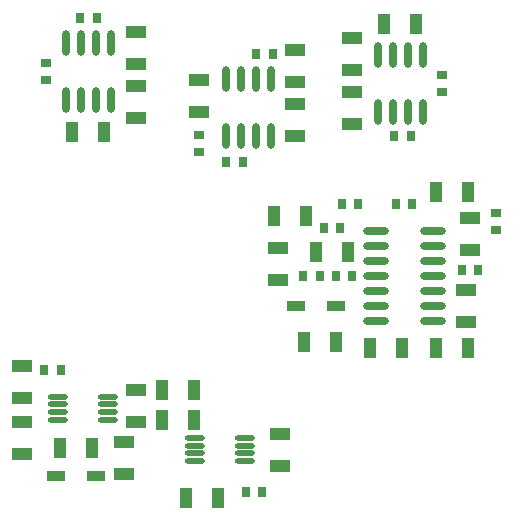
<source format=gbr>
G04 Layer_Color=128*
%FSLAX26Y26*%
%MOIN*%
%TF.FileFunction,Paste,Bot*%
%TF.Part,Single*%
G01*
G75*
%TA.AperFunction,SMDPad,CuDef*%
%ADD10R,0.031496X0.035433*%
%ADD11R,0.043307X0.066929*%
%ADD12R,0.066929X0.043307*%
%ADD13O,0.086614X0.023622*%
%ADD14R,0.062992X0.033465*%
%ADD15R,0.035433X0.031496*%
%ADD27O,0.023622X0.086614*%
%ADD28O,0.066929X0.017716*%
D10*
X2264882Y2160000D02*
D03*
X2320000D02*
D03*
X2504882Y2240000D02*
D03*
X2560000D02*
D03*
X2197322Y2000000D02*
D03*
X2252442D02*
D03*
X2324882Y2240000D02*
D03*
X2380000D02*
D03*
X2360000Y2000000D02*
D03*
X2304882D02*
D03*
X2724882Y2020000D02*
D03*
X2780000D02*
D03*
X2095118Y2740000D02*
D03*
X2040000D02*
D03*
X1940000Y2380000D02*
D03*
X1995118D02*
D03*
X1507560Y2860000D02*
D03*
X1452442D02*
D03*
X2500590Y2465512D02*
D03*
X2555708D02*
D03*
X2060000Y1280000D02*
D03*
X2004882D02*
D03*
X1332440Y1686300D02*
D03*
X1387560D02*
D03*
D11*
X2099292Y2200000D02*
D03*
X2205590D02*
D03*
X2239292Y2080000D02*
D03*
X2345590D02*
D03*
X2745590Y1760000D02*
D03*
X2639292D02*
D03*
X2745590Y2280000D02*
D03*
X2639292D02*
D03*
X2199292Y1780000D02*
D03*
X2305590D02*
D03*
X2419292Y1760000D02*
D03*
X2525590D02*
D03*
X1533150Y2480000D02*
D03*
X1426850D02*
D03*
X2466850Y2840000D02*
D03*
X2573150D02*
D03*
X1833150Y1520000D02*
D03*
X1726850D02*
D03*
Y1620000D02*
D03*
X1833150D02*
D03*
X1806850Y1260000D02*
D03*
X1913150D02*
D03*
X1493150Y1426300D02*
D03*
X1386850D02*
D03*
D12*
X2112442Y1986850D02*
D03*
Y2093150D02*
D03*
X2752442Y2193150D02*
D03*
Y2086850D02*
D03*
X2739370Y1953150D02*
D03*
Y1846850D02*
D03*
X2167560Y2573150D02*
D03*
Y2466850D02*
D03*
Y2753150D02*
D03*
Y2646850D02*
D03*
X1847560Y2546850D02*
D03*
Y2653150D02*
D03*
X1640000Y2813150D02*
D03*
Y2706850D02*
D03*
Y2526850D02*
D03*
Y2633150D02*
D03*
X2360000Y2506850D02*
D03*
Y2613150D02*
D03*
Y2793150D02*
D03*
Y2686850D02*
D03*
X1640000Y1619448D02*
D03*
Y1513150D02*
D03*
X1600000Y1446300D02*
D03*
Y1340000D02*
D03*
X1260000Y1406850D02*
D03*
Y1513150D02*
D03*
Y1593150D02*
D03*
Y1699448D02*
D03*
X2120000Y1366850D02*
D03*
Y1473150D02*
D03*
D13*
X2439370Y1850000D02*
D03*
Y1900000D02*
D03*
Y1950000D02*
D03*
Y2000000D02*
D03*
Y2050000D02*
D03*
Y2100000D02*
D03*
Y2150000D02*
D03*
X2628346Y1850000D02*
D03*
Y1900000D02*
D03*
Y1950000D02*
D03*
Y2000000D02*
D03*
Y2050000D02*
D03*
Y2100000D02*
D03*
Y2150000D02*
D03*
D14*
X2172442Y1900000D02*
D03*
X2306300D02*
D03*
X1506930Y1333150D02*
D03*
X1373070D02*
D03*
D15*
X2840000Y2152442D02*
D03*
Y2207560D02*
D03*
X1847560Y2467560D02*
D03*
Y2412442D02*
D03*
X1340000Y2652440D02*
D03*
Y2707560D02*
D03*
X2660000Y2667560D02*
D03*
Y2612442D02*
D03*
D27*
X1939410Y2654488D02*
D03*
X1989410D02*
D03*
X2039410D02*
D03*
X2089410D02*
D03*
X1939410Y2465512D02*
D03*
X1989410D02*
D03*
X2039410D02*
D03*
X2089410D02*
D03*
X1555000Y2585512D02*
D03*
X1505000D02*
D03*
X1455000D02*
D03*
X1405000D02*
D03*
X1555000Y2774488D02*
D03*
X1505000D02*
D03*
X1455000D02*
D03*
X1405000D02*
D03*
X2445000Y2734488D02*
D03*
X2495000D02*
D03*
X2545000D02*
D03*
X2595000D02*
D03*
X2445000Y2545512D02*
D03*
X2495000D02*
D03*
X2545000D02*
D03*
X2595000D02*
D03*
D28*
X1380000Y1519448D02*
D03*
Y1545040D02*
D03*
Y1570630D02*
D03*
Y1596220D02*
D03*
X1545354Y1519448D02*
D03*
Y1545040D02*
D03*
Y1570630D02*
D03*
Y1596220D02*
D03*
X2002678Y1458386D02*
D03*
Y1432796D02*
D03*
Y1407204D02*
D03*
Y1381614D02*
D03*
X1837322Y1458386D02*
D03*
Y1432796D02*
D03*
Y1407204D02*
D03*
Y1381614D02*
D03*
%TF.MD5,c32c2ef80bed22c826dce5fb8159c3c2*%
M02*

</source>
